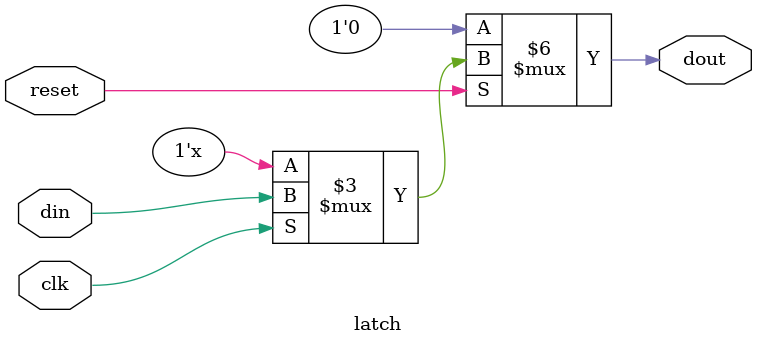
<source format=v>
`timescale 1ns / 1ps


module latch(
    input clk,
    input din,
    input reset,
    output reg dout
    );
    always @ (clk or din or reset)
    begin
    if (!reset)
    dout <= 1'b0;
    else if (clk)
    dout <= din;
    end
endmodule


</source>
